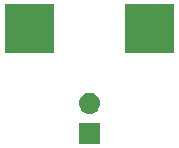
<source format=gts>
G04 #@! TF.GenerationSoftware,KiCad,Pcbnew,(5.1.4)-1*
G04 #@! TF.CreationDate,2019-09-29T17:31:03-04:00*
G04 #@! TF.ProjectId,haptic-belt,68617074-6963-42d6-9265-6c742e6b6963,rev?*
G04 #@! TF.SameCoordinates,Original*
G04 #@! TF.FileFunction,Soldermask,Top*
G04 #@! TF.FilePolarity,Negative*
%FSLAX46Y46*%
G04 Gerber Fmt 4.6, Leading zero omitted, Abs format (unit mm)*
G04 Created by KiCad (PCBNEW (5.1.4)-1) date 2019-09-29 17:31:03*
%MOMM*%
%LPD*%
G04 APERTURE LIST*
%ADD10C,0.100000*%
G04 APERTURE END LIST*
D10*
G36*
X127901000Y-91071000D02*
G01*
X126099000Y-91071000D01*
X126099000Y-89269000D01*
X127901000Y-89269000D01*
X127901000Y-91071000D01*
X127901000Y-91071000D01*
G37*
G36*
X127110442Y-86735518D02*
G01*
X127176627Y-86742037D01*
X127346466Y-86793557D01*
X127502991Y-86877222D01*
X127538729Y-86906552D01*
X127640186Y-86989814D01*
X127723448Y-87091271D01*
X127752778Y-87127009D01*
X127836443Y-87283534D01*
X127887963Y-87453373D01*
X127905359Y-87630000D01*
X127887963Y-87806627D01*
X127836443Y-87976466D01*
X127752778Y-88132991D01*
X127723448Y-88168729D01*
X127640186Y-88270186D01*
X127538729Y-88353448D01*
X127502991Y-88382778D01*
X127346466Y-88466443D01*
X127176627Y-88517963D01*
X127110442Y-88524482D01*
X127044260Y-88531000D01*
X126955740Y-88531000D01*
X126889558Y-88524482D01*
X126823373Y-88517963D01*
X126653534Y-88466443D01*
X126497009Y-88382778D01*
X126461271Y-88353448D01*
X126359814Y-88270186D01*
X126276552Y-88168729D01*
X126247222Y-88132991D01*
X126163557Y-87976466D01*
X126112037Y-87806627D01*
X126094641Y-87630000D01*
X126112037Y-87453373D01*
X126163557Y-87283534D01*
X126247222Y-87127009D01*
X126276552Y-87091271D01*
X126359814Y-86989814D01*
X126461271Y-86906552D01*
X126497009Y-86877222D01*
X126653534Y-86793557D01*
X126823373Y-86742037D01*
X126889558Y-86735518D01*
X126955740Y-86729000D01*
X127044260Y-86729000D01*
X127110442Y-86735518D01*
X127110442Y-86735518D01*
G37*
G36*
X134163000Y-83363000D02*
G01*
X129997000Y-83363000D01*
X129997000Y-79197000D01*
X134163000Y-79197000D01*
X134163000Y-83363000D01*
X134163000Y-83363000D01*
G37*
G36*
X124003000Y-83363000D02*
G01*
X119837000Y-83363000D01*
X119837000Y-79197000D01*
X124003000Y-79197000D01*
X124003000Y-83363000D01*
X124003000Y-83363000D01*
G37*
M02*

</source>
